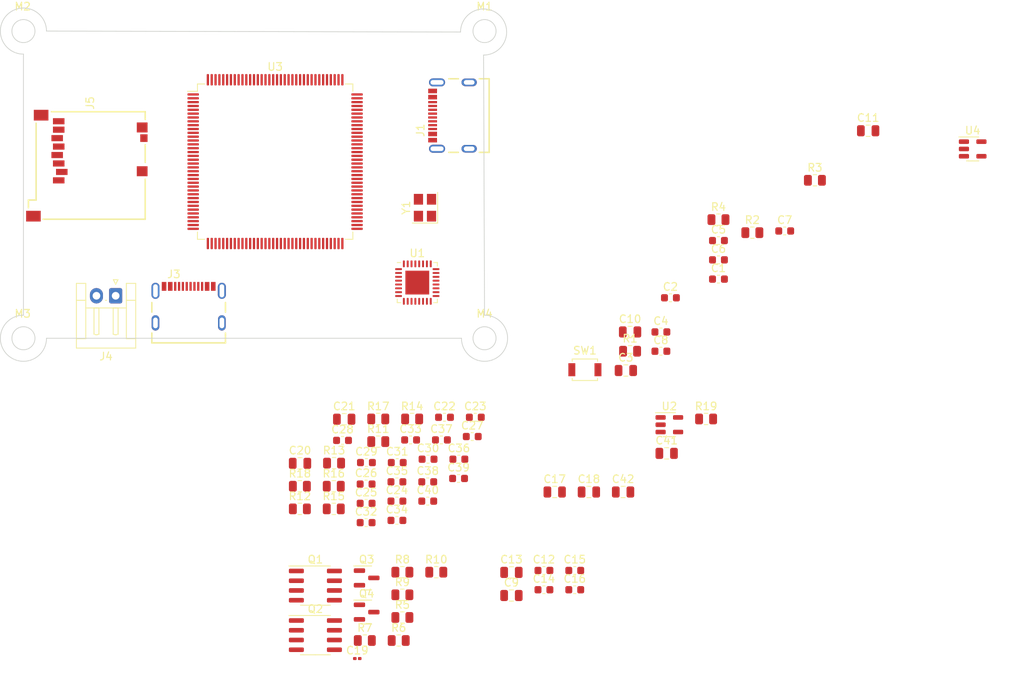
<source format=kicad_pcb>
(kicad_pcb (version 20211014) (generator pcbnew)
  (layers (0 "F.Cu" signal) (31 "B.Cu" signal) (34 "B.Paste" user) (35 "F.Paste" user) (36 "B.SilkS" user "B.Silkscreen") (37 "F.SilkS" user "F.Silkscreen") (38 "B.Mask" user) (39 "F.Mask" user) (44 "Edge.Cuts" user))
  (net 0 "")
  (net 1 "GND")
  (net 2 "Net-(J1-PadA4/B9)")
  (net 11 "Net-(C1-Pad2)")
  (net 12 "Net-(C2-Pad1)")
  (net 14 "Net-(C2-Pad2)")
  (net 17 "Net-(C3-Pad2)")
  (net 18 "Net-(C4-Pad1)")
  (net 19 "Net-(C1-Pad1)")
  (net 20 "+3.3V")
  (net 21 "XIN")
  (net 22 "XOUT")
  (net 23 "Net-(C5-Pad1)")
  (net 24 "Net-(C9-Pad1)")
  (net 25 "+2V5")
  (net 26 "Net-(C11-Pad1)")
  (net 28 "Net-(C13-Pad1)")
  (net 31 "/PowerSupply/DC_OUT")
  (net 32 "Net-(C19-Pad1)")
  (net 33 "Net-(C20-Pad1)")
  (net 34 "Net-(C25-Pad1)")
  (net 35 "Net-(C29-Pad1)")
  (net 36 "Net-(C33-Pad1)")
  (net 37 "Net-(C35-Pad1)")
  (net 38 "VBUS")
  (net 39 "+BATT")
  (net 48 "SD_D2")
  (net 49 "SD_D3")
  (net 50 "SD_CMD")
  (net 51 "SD_CLK")
  (net 52 "SD_D0")
  (net 53 "SD_D1")
  (net 54 "Net-(Q1-Pad1)")
  (net 55 "Net-(Q1-Pad2)")
  (net 56 "Net-(Q2-Pad1)")
  (net 57 "Net-(Q2-Pad2)")
  (net 58 "Net-(Q3-Pad1)")
  (net 59 "Net-(R3-Pad2)")
  (net 60 "/Audio Codec/~{RST}")
  (net 61 "Net-(R11-Pad1)")
  (net 62 "Net-(R12-Pad2)")
  (net 63 "Net-(R19-Pad1)")
  (net 64 "/Audio Codec/SCL")
  (net 65 "/Audio Codec/SDA")
  (net 66 "Net-(C6-Pad1)")
  (net 67 "Net-(C6-Pad2)")
  (net 68 "Net-(C7-Pad1)")
  (net 70 "/Audio Codec/SDOUT")
  (net 71 "/Audio Codec/MCLK")
  (net 72 "/Audio Codec/SCLK")
  (net 73 "/Audio Codec/SDIN")
  (footprint "Capacitor_SMD:C_0805_2012Metric" (layer "F.Cu") (at 185.39 98.2)
    (fp_text reference "C3" (at 0 -1.68) (layer "F.SilkS"))
    (fp_text value "1u")
    (pad "1" smd roundrect (at -0.95 0) (size 1 1.45) (layers "F.Cu" "F.Paste" "F.Mask"))
    (pad "2" smd roundrect (at 0.95 0) (size 1 1.45) (layers "F.Cu" "F.Paste" "F.Mask") (net 17 "Net-(C3-Pad2)"))
  )
  (footprint "Package_SO:SOIC-8_3.9x4.9mm_P1.27mm" (layer "F.Cu") (at 144.99 132.66)
    (fp_text reference "Q2" (at 0 -3.4) (layer "F.SilkS"))
    (fp_text value "DMP2040USD-13")
    (pad "1" smd roundrect (at -2.475 -1.905) (size 1.95 0.6) (layers "F.Cu" "F.Paste" "F.Mask") (net 56 "Net-(Q2-Pad1)"))
    (pad "2" smd roundrect (at -2.475 -0.635) (size 1.95 0.6) (layers "F.Cu" "F.Paste" "F.Mask") (net 57 "Net-(Q2-Pad2)"))
    (pad "3" smd roundrect (at -2.475 0.635) (size 1.95 0.6) (layers "F.Cu" "F.Paste" "F.Mask") (net 56 "Net-(Q2-Pad1)"))
    (pad "4" smd roundrect (at -2.475 1.905) (size 1.95 0.6) (layers "F.Cu" "F.Paste" "F.Mask") (net 57 "Net-(Q2-Pad2)"))
    (pad "5" smd roundrect (at 2.475 1.905) (size 1.95 0.6) (layers "F.Cu" "F.Paste" "F.Mask") (net 31 "/PowerSupply/DC_OUT"))
    (pad "6" smd roundrect (at 2.475 0.635) (size 1.95 0.6) (layers "F.Cu" "F.Paste" "F.Mask") (net 31 "/PowerSupply/DC_OUT"))
    (pad "7" smd roundrect (at 2.475 -0.635) (size 1.95 0.6) (layers "F.Cu" "F.Paste" "F.Mask") (net 38 "VBUS"))
    (pad "8" smd roundrect (at 2.475 -1.905) (size 1.95 0.6) (layers "F.Cu" "F.Paste" "F.Mask") (net 38 "VBUS"))
  )
  (footprint "Resistor_SMD:R_0805_2012Metric" (layer "F.Cu") (at 156.31 124.46)
    (fp_text reference "R8" (at 0 -1.65) (layer "F.SilkS"))
    (fp_text value "330R")
    (pad "1" smd roundrect (at -0.9125 0) (size 1.025 1.4) (layers "F.Cu" "F.Paste" "F.Mask") (roundrect_rratio 0.243902) (net 58 "Net-(Q3-Pad1)"))
    (pad "2" smd roundrect (at 0.9125 0) (size 1.025 1.4) (layers "F.Cu" "F.Paste" "F.Mask") (roundrect_rratio 0.243902) (net 57 "Net-(Q2-Pad2)"))
  )
  (footprint "Capacitor_SMD:C_0603_1608Metric" (layer "F.Cu") (at 155.6 112.7)
    (fp_text reference "C35" (at 0 -1.43) (layer "F.SilkS"))
    (fp_text value "100n")
    (pad "1" smd roundrect (at -0.775 0) (size 0.9 0.95) (layers "F.Cu" "F.Paste" "F.Mask") (net 37 "Net-(C35-Pad1)"))
    (pad "2" smd roundrect (at 0.775 0) (size 0.9 0.95) (layers "F.Cu" "F.Paste" "F.Mask") (net 1 "GND"))
  )
  (footprint "Capacitor_SMD:C_0603_1608Metric" (layer "F.Cu") (at 197.44 86.3)
    (fp_text reference "C1" (at 0 -1.43) (layer "F.SilkS"))
    (fp_text value "22p")
    (pad "1" smd roundrect (at -0.775 0) (size 0.9 0.95) (layers "F.Cu" "F.Paste" "F.Mask") (net 19 "Net-(C1-Pad1)"))
    (pad "2" smd roundrect (at 0.775 0) (size 0.9 0.95) (layers "F.Cu" "F.Paste" "F.Mask") (net 11 "Net-(C1-Pad2)"))
  )
  (footprint "Resistor_SMD:R_0805_2012Metric" (layer "F.Cu") (at 157.58 104.51)
    (fp_text reference "R14" (at 0 -1.65) (layer "F.SilkS"))
    (fp_text value "10K")
    (pad "1" smd roundrect (at -0.9125 0) (size 1.025 1.4) (layers "F.Cu" "F.Paste" "F.Mask") (roundrect_rratio 0.243902) (net 20 "+3.3V"))
    (pad "2" smd roundrect (at 0.9125 0) (size 1.025 1.4) (layers "F.Cu" "F.Paste" "F.Mask") (roundrect_rratio 0.243902) (net 50 "SD_CMD"))
  )
  (footprint "Capacitor_SMD:C_0603_1608Metric" (layer "F.Cu") (at 155.6 115.21)
    (fp_text reference "C24" (at 0 -1.43) (layer "F.SilkS"))
    (fp_text value "100n")
    (pad "1" smd roundrect (at -0.775 0) (size 0.9 0.95) (layers "F.Cu" "F.Paste" "F.Mask") (net 20 "+3.3V"))
    (pad "2" smd roundrect (at 0.775 0) (size 0.9 0.95) (layers "F.Cu" "F.Paste" "F.Mask") (net 1 "GND"))
  )
  (footprint "Capacitor_SMD:C_0805_2012Metric" (layer "F.Cu") (at 216.92 66.98)
    (fp_text reference "C11" (at 0 -1.68) (layer "F.SilkS"))
    (fp_text value "1u")
    (pad "1" smd roundrect (at -0.95 0) (size 1 1.45) (layers "F.Cu" "F.Paste" "F.Mask") (net 26 "Net-(C11-Pad1)"))
    (pad "2" smd roundrect (at 0.95 0) (size 1 1.45) (layers "F.Cu" "F.Paste" "F.Mask") (net 1 "GND"))
  )
  (footprint "Capacitor_SMD:C_0603_1608Metric" (layer "F.Cu") (at 191.19 88.73)
    (fp_text reference "C2" (at 0 -1.43) (layer "F.SilkS"))
    (fp_text value "22p")
    (pad "1" smd roundrect (at -0.775 0) (size 0.9 0.95) (layers "F.Cu" "F.Paste" "F.Mask") (net 12 "Net-(C2-Pad1)"))
    (pad "2" smd roundrect (at 0.775 0) (size 0.9 0.95) (layers "F.Cu" "F.Paste" "F.Mask") (net 14 "Net-(C2-Pad2)"))
  )
  (footprint "Resistor_SMD:R_0805_2012Metric" (layer "F.Cu") (at 160.72 124.46)
    (fp_text reference "R10" (at 0 -1.65) (layer "F.SilkS"))
    (fp_text value "10K")
    (pad "1" smd roundrect (at -0.9125 0) (size 1.025 1.4) (layers "F.Cu" "F.Paste" "F.Mask") (roundrect_rratio 0.243902) (net 56 "Net-(Q2-Pad1)"))
    (pad "2" smd roundrect (at 0.9125 0) (size 1.025 1.4) (layers "F.Cu" "F.Paste" "F.Mask") (roundrect_rratio 0.243902) (net 57 "Net-(Q2-Pad2)"))
  )
  (footprint "Capacitor_SMD:C_0805_2012Metric" (layer "F.Cu") (at 142.99 110.29)
    (fp_text reference "C20" (at 0 -1.68) (layer "F.SilkS"))
    (fp_text value "4.7u")
    (pad "1" smd roundrect (at -0.95 0) (size 1 1.45) (layers "F.Cu" "F.Paste" "F.Mask") (net 33 "Net-(C20-Pad1)"))
    (pad "2" smd roundrect (at 0.95 0) (size 1 1.45) (layers "F.Cu" "F.Paste" "F.Mask") (net 1 "GND"))
  )
  (footprint "Capacitor_SMD:C_0603_1608Metric" (layer "F.Cu") (at 159.61 115.21)
    (fp_text reference "C40" (at 0 -1.43) (layer "F.SilkS"))
    (fp_text value "100n")
    (pad "1" smd roundrect (at -0.775 0) (size 0.9 0.95) (layers "F.Cu" "F.Paste" "F.Mask") (net 20 "+3.3V"))
    (pad "2" smd roundrect (at 0.775 0) (size 0.9 0.95) (layers "F.Cu" "F.Paste" "F.Mask") (net 1 "GND"))
  )
  (footprint "Capacitor_SMD:C_0603_1608Metric" (layer "F.Cu") (at 197.44 81.28)
    (fp_text reference "C5" (at 0 -1.43) (layer "F.SilkS"))
    (fp_text value "150p")
    (pad "1" smd roundrect (at -0.775 0) (size 0.9 0.95) (layers "F.Cu" "F.Paste" "F.Mask") (net 23 "Net-(C5-Pad1)"))
    (pad "2" smd roundrect (at 0.775 0) (size 0.9 0.95) (layers "F.Cu" "F.Paste" "F.Mask") (net 1 "GND"))
  )
  (footprint "Resistor_SMD:R_0805_2012Metric" (layer "F.Cu") (at 147.38 116.22)
    (fp_text reference "R15" (at 0 -1.65) (layer "F.SilkS"))
    (fp_text value "10K")
    (pad "1" smd roundrect (at -0.9125 0) (size 1.025 1.4) (layers "F.Cu" "F.Paste" "F.Mask") (roundrect_rratio 0.243902) (net 20 "+3.3V"))
    (pad "2" smd roundrect (at 0.9125 0) (size 1.025 1.4) (layers "F.Cu" "F.Paste" "F.Mask") (roundrect_rratio 0.243902) (net 49 "SD_D3"))
  )
  (footprint "MountingHole:MountingHole_2.1mm" (layer "F.Cu") (at 167 54)
    (fp_text reference "M1" (at 0 -3.2) (layer "F.SilkS"))
    (fp_text value "MNT")
    (pad "" np_thru_hole circle (at 0 0) (size 2.1 2.1) (drill 2.1) (layers *.Cu *.Mask))
  )
  (footprint "Capacitor_SMD:C_0603_1608Metric" (layer "F.Cu") (at 159.61 112.7)
    (fp_text reference "C38" (at 0 -1.43) (layer "F.SilkS"))
    (fp_text value "100n")
    (pad "1" smd roundrect (at -0.775 0) (size 0.9 0.95) (layers "F.Cu" "F.Paste" "F.Mask") (net 20 "+3.3V"))
    (pad "2" smd roundrect (at 0.775 0) (size 0.9 0.95) (layers "F.Cu" "F.Paste" "F.Mask") (net 1 "GND"))
  )
  (footprint "Capacitor_SMD:C_0603_1608Metric" (layer "F.Cu") (at 155.64 110.19)
    (fp_text reference "C31" (at 0 -1.43) (layer "F.SilkS"))
    (fp_text value "100n")
    (pad "1" smd roundrect (at -0.775 0) (size 0.9 0.95) (layers "F.Cu" "F.Paste" "F.Mask") (net 20 "+3.3V"))
    (pad "2" smd roundrect (at 0.775 0) (size 0.9 0.95) (layers "F.Cu" "F.Paste" "F.Mask") (net 1 "GND"))
  )
  (footprint "Capacitor_SMD:C_0603_1608Metric" (layer "F.Cu") (at 151.59 115.5)
    (fp_text reference "C25" (at 0 -1.43) (layer "F.SilkS"))
    (fp_text value "12p")
    (pad "1" smd roundrect (at -0.775 0) (size 0.9 0.95) (layers "F.Cu" "F.Paste" "F.Mask") (net 34 "Net-(C25-Pad1)"))
    (pad "2" smd roundrect (at 0.775 0) (size 0.9 0.95) (layers "F.Cu" "F.Paste" "F.Mask") (net 1 "GND"))
  )
  (footprint "Resistor_SMD:R_0805_2012Metric" (layer "F.Cu") (at 151.42 133.36)
    (fp_text reference "R7" (at 0 -1.65) (layer "F.SilkS"))
    (fp_text value "100K")
    (pad "1" smd roundrect (at -0.9125 0) (size 1.025 1.4) (layers "F.Cu" "F.Paste" "F.Mask") (roundrect_rratio 0.243902) (net 39 "+BATT"))
    (pad "2" smd roundrect (at 0.9125 0) (size 1.025 1.4) (layers "F.Cu" "F.Paste" "F.Mask") (roundrect_rratio 0.243902) (net 58 "Net-(Q3-Pad1)"))
  )
  (footprint "Capacitor_SMD:C_0603_1608Metric" (layer "F.Cu") (at 161.39 107.24)
    (fp_text reference "C37" (at 0 -1.43) (layer "F.SilkS"))
    (fp_text value "2.2u")
    (pad "1" smd roundrect (at -0.775 0) (size 0.9 0.95) (layers "F.Cu" "F.Paste" "F.Mask") (net 37 "Net-(C35-Pad1)"))
    (pad "2" smd roundrect (at 0.775 0) (size 0.9 0.95) (layers "F.Cu" "F.Paste" "F.Mask") (net 1 "GND"))
  )
  (footprint "Package_TO_SOT_SMD:SOT-23-5" (layer "F.Cu") (at 191.05 105.26)
    (fp_text reference "U2" (at 0 -2.4) (layer "F.SilkS"))
    (fp_text value "TLV73333PDBV")
    (pad "1" smd roundrect (at -1.1375 -0.95) (size 1.325 0.6) (layers "F.Cu" "F.Paste" "F.Mask") (net 31 "/PowerSupply/DC_OUT"))
    (pad "2" smd roundrect (at -1.1375 0) (size 1.325 0.6) (layers "F.Cu" "F.Paste" "F.Mask") (net 1 "GND"))
    (pad "3" smd roundrect (at -1.1375 0.95) (size 1.325 0.6) (layers "F.Cu" "F.Paste" "F.Mask") (net 31 "/PowerSupply/DC_OUT"))
    (pad "4" smd roundrect (at 1.1375 0.95) (size 1.325 0.6) (layers "F.Cu" "F.Paste" "F.Mask"))
    (pad "5" smd roundrect (at 1.1375 -0.95) (size 1.325 0.6) (layers "F.Cu" "F.Paste" "F.Mask") (net 20 "+3.3V"))
  )
  (footprint "Resistor_SMD:R_0805_2012Metric" (layer "F.Cu") (at 156.31 130.36)
    (fp_text reference "R5" (at 0 -1.65) (layer "F.SilkS"))
    (fp_text value "100K")
    (pad "1" smd roundrect (at -0.9125 0) (size 1.025 1.4) (layers "F.Cu" "F.Paste" "F.Mask") (roundrect_rratio 0.243902) (net 38 "VBUS"))
    (pad "2" smd roundrect (at 0.9125 0) (size 1.025 1.4) (layers "F.Cu" "F.Paste" "F.Mask") (roundrect_rratio 0.243902) (net 32 "Net-(C19-Pad1)"))
  )
  (footprint "Button_Switch_SMD:SW_SPST_B3U-1000P-B" (layer "F.Cu") (at 180.06 98.1)
    (fp_text reference "SW1" (at 0 -2.5) (layer "F.SilkS"))
    (fp_text value "RST")
    (pad "" np_thru_hole circle (at 0 0) (size 0.8 0.8) (drill 0.8) (layers *.Cu *.Mask))
    (pad "1" smd rect (at -1.7 0) (size 0.9 1.7) (layers "F.Cu" "F.Paste" "F.Mask") (net 35 "Net-(C29-Pad1)"))
    (pad "2" smd rect (at 1.7 0) (size 0.9 1.7) (layers "F.Cu" "F.Paste" "F.Mask") (net 1 "GND"))
  )
  (footprint "Capacitor_SMD:C_0603_1608Metric" (layer "F.Cu") (at 155.6 117.72)
    (fp_text reference "C34" (at 0 -1.43) (layer "F.SilkS"))
    (fp_text value "100n")
    (pad "1" smd roundrect (at -0.775 0) (size 0.9 0.95) (layers "F.Cu" "F.Paste" "F.Mask") (net 20 "+3.3V"))
    (pad "2" smd roundrect (at 0.775 0) (size 0.9 0.95) (layers "F.Cu" "F.Paste" "F.Mask") (net 1 "GND"))
  )
  (footprint "Capacitor_SMD:C_0805_2012Metric" (layer "F.Cu") (at 170.5 124.49)
    (fp_text reference "C13" (at 0 -1.68) (layer "F.SilkS"))
    (fp_text value "10u")
    (pad "1" smd roundrect (at -0.95 0) (size 1 1.45) (layers "F.Cu" "F.Paste" "F.Mask") (net 28 "Net-(C13-Pad1)"))
    (pad "2" smd roundrect (at 0.95 0) (size 1 1.45) (layers "F.Cu" "F.Paste" "F.Mask") (net 1 "GND"))
  )
  (footprint "Capacitor_SMD:C_0603_1608Metric" (layer "F.Cu") (at 151.63 110.19)
    (fp_text reference "C29" (at 0 -1.43) (layer "F.SilkS"))
    (fp_text value "100n")
    (pad "1" smd roundrect (at -0.775 0) (size 0.9 0.95) (layers "F.Cu" "F.Paste" "F.Mask") (net 35 "Net-(C29-Pad1)"))
    (pad "2" smd roundrect (at 0.775 0) (size 0.9 0.95) (layers "F.Cu" "F.Paste" "F.Mask") (net 1 "GND"))
  )
  (footprint "Resistor_SMD:R_0805_2012Metric" (layer "F.Cu") (at 209.99 73.43)
    (fp_text reference "R3" (at 0 -1.65) (layer "F.SilkS"))
    (fp_text value "100R")
    (pad "1" smd roundrect (at -0.9125 0) (size 1.025 1.4) (layers "F.Cu" "F.Paste" "F.Mask") (roundrect_rratio 0.243902) (net 17 "Net-(C3-Pad2)"))
    (pad "2" smd roundrect (at 0.9125 0) (size 1.025 1.4) (layers "F.Cu" "F.Paste" "F.Mask") (roundrect_rratio 0.243902) (net 59 "Net-(R3-Pad2)"))
  )
  (footprint "Package_DFN_QFN:QFN-32-1EP_5x5mm_P0.5mm_EP3.1x3.1mm" (layer "F.Cu") (at 158.25 86.75)
    (fp_text reference "U1" (at 0 -3.82) (layer "F.SilkS"))
    (fp_text value "CS42L51-CNZ")
    (pad "1" smd roundrect (at -2.4375 -1.75) (size 0.875 0.25) (layers "F.Cu" "F.Paste" "F.Mask") (net 64 "/Audio Codec/SCL"))
    (pad "2" smd roundrect (at -2.4375 -1.25) (size 0.875 0.25) (layers "F.Cu" "F.Paste" "F.Mask") (net 65 "/Audio Codec/SDA"))
    (pad "3" smd roundrect (at -2.4375 -0.75) (size 0.875 0.25) (layers "F.Cu" "F.Paste" "F.Mask") (net 64 "/Audio Codec/SCL"))
    (pad "4" smd roundrect (at -2.4375 -0.25) (size 0.875 0.25) (layers "F.Cu" "F.Paste" "F.Mask") (net 1 "GND"))
    (pad "5" smd roundrect (at -2.4375 0.25) (size 0.875 0.25) (layers "F.Cu" "F.Paste" "F.Mask") (net 25 "+2V5"))
    (pad "6" smd roundrect (at -2.4375 0.75) (size 0.875 0.25) (layers "F.Cu" "F.Paste" "F.Mask") (net 66 "Net-(C6-Pad1)"))
    (pad "7" smd roundrect (at -2.4375 1.25) (size 0.875 0.25) (layers "F.Cu" "F.Paste" "F.Mask") (net 1 "GND"))
    (pad "8" smd roundrect (at -2.4375 1.75) (size 0.875 0.25) (layers "F.Cu" "F.Paste" "F.Mask") (net 67 "Net-(C6-Pad2)"))
    (pad "9" smd roundrect (at -1.75 2.4375) (size 0.25 0.875) (layers "F.Cu" "F.Paste" "F.Mask") (net 68 "Net-(C7-Pad1)"))
    (pad "10" smd roundrect (at -1.25 2.4375) (size 0.25 0.875) (layers "F.Cu" "F.Paste" "F.Mask") (net 19 "Net-(C1-Pad1)"))
    (pad "11" smd roundrect (at -0.75 2.4375) (size 0.25 0.875) (layers "F.Cu" "F.Paste" "F.Mask") (net 12 "Net-(C2-Pad1)"))
    (pad "12" smd roundrect (at -0.25 2.4375) (size 0.25 0.875) (layers "F.Cu" "F.Paste" "F.Mask") (net 25 "+2V5"))
    (pad "13" smd roundrect (at 0.25 2.4375) (size 0.25 0.875) (layers "F.Cu" "F.Paste" "F.Mask") (net 1 "GND"))
    (pad "14" smd roundrect (at 0.75 2.4375) (size 0.25 0.875) (layers "F.Cu" "F.Paste" "F.Mask") (net 26 "Net-(C11-Pad1)"))
    (pad "15" smd roundrect (at 1.25 2.4375) (size 0.25 0.875) (layers "F.Cu" "F.Paste" "F.Mask") (net 24 "Net-(C9-Pad1)"))
    (pad "16" smd roundrect (at 1.75 2.4375) (size 0.25 0.875) (layers "F.Cu" "F.Paste" "F.Mask") (net 28 "Net-(C13-Pad1)"))
    (pad "17" smd roundrect (at 2.4375 1.75) (size 0.875 0.25) (layers "F.Cu" "F.Paste" "F.Mask"))
    (pad "18" smd roundrect (at 2.4375 1.25) (size 0.875 0.25) (layers "F.Cu" "F.Paste" "F.Mask"))
    (pad "19" smd roundrect (at 2.4375 0.75) (size 0.875 0.25) (layers "F.Cu" "F.Paste" "F.Mask"))
    (pad "20" smd roundrect (at 2.4375 0.25) (size 0.875 0.25) (layers "F.Cu" "F.Paste" "F.Mask"))
    (pad "21" smd roundrect (at 2.4375 -0.25) (size 0.875 0.25) (layers "F.Cu" "F.Paste" "F.Mask") (net 18 "Net-(C4-Pad1)"))
    (pad "22" smd roundrect (at 2.4375 -0.75) (size 0.875 0.25) (layers "F.Cu" "F.Paste" "F.Mask") (net 23 "Net-(C5-Pad1)"))
    (pad "23" smd roundrect (at 2.4375 -1.25) (size 0.875 0.25) (layers "F.Cu" "F.Paste" "F.Mask") (net 59 "Net-(R3-Pad2)"))
    (pad "24" smd roundrect (at 2.4375 -1.75) (size 0.875 0.25) (layers "F.Cu" "F.Paste" "F.Mask") (net 59 "Net-(R3-Pad2)"))
    (pad "25" smd roundrect (at 1.75 -2.4375) (size 0.25 0.875) (layers "F.Cu" "F.Paste" "F.Mask") (net 60 "/Audio Codec/~{RST}"))
    (pad "26" smd roundrect (at 1.25 -2.4375) (size 0.25 0.875) (layers "F.Cu" "F.Paste" "F.Mask") (net 20 "+3.3V"))
    (pad "27" smd roundrect (at 0.75 -2.4375) (size 0.25 0.875) (layers "F.Cu" "F.Paste" "F.Mask") (net 25 "+2V5"))
    (pad "28" smd roundrect (at 0.25 -2.4375) (size 0.25 0.875) (layers "F.Cu" "F.Paste" "F.Mask") (net 1 "GND"))
    (pad "29" smd roundrect (at -0.25 -2.4375) (size 0.25 0.875) (layers "F.Cu" "F.Paste" "F.Mask") (net 70 "/Audio Codec/SDOUT"))
    (pad "30" smd roundrect (at -0.75 -2.4375) (size 0.25 0.875) (layers "F.Cu" "F.Paste" "F.Mask") (net 71 "/Audio Codec/MCLK"))
    (pad "31" smd roundrect (at -1.25 -2.4375) (size 0.25 0.875) (layers "F.Cu" "F.Paste" "F.Mask") (net 72 "/Audio Codec/SCLK"))
    (pad "32" smd roundrect (at -1.75 -2.4375) (size 0.25 0.875) (layers "F.Cu" "F.Paste" "F.Mask") (net 73 "/Audio Codec/SDIN"))
    (pad "33" smd rect (at 0 0) (size 3.1 3.1) (layers "F.Cu" "F.Mask") (net 1 "GND"))
  )
  (footprint "Capacitor_SMD:C_0603_1608Metric" (layer "F.Cu") (at 178.74 124.24)
    (fp_text reference "C15" (at 0 -1.43) (layer "F.SilkS"))
    (fp_text value "100n")
    (pad "1" smd roundrect (at -0.775 0) (size 0.9 0.95) (layers "F.Cu" "F.Paste" "F.Mask") (net 25 "+2V5"))
    (pad "2" smd roundrect (at 0.775 0) (size 0.9 0.95) (layers "F.Cu" "F.Paste" "F.Mask") (net 1 "GND"))
  )
  (footprint "Resistor_SMD:R_0805_2012Metric" (layer "F.Cu") (at 197.44 78.55)
    (fp_text reference "R4" (at 0 -1.65) (layer "F.SilkS"))
    (fp_text value "10K")
    (pad "1" smd roundrect (at -0.9125 0) (size 1.025 1.4) (layers "F.Cu" "F.Paste" "F.Mask") (roundrect_rratio 0.243902) (net 20 "+3.3V"))
    (pad "2" smd roundrect (at 0.9125 0) (size 1.025 1.4) (layers "F.Cu" "F.Paste" "F.Mask") (roundrect_rratio 0.243902) (net 60 "/Audio Codec/~{RST}"))
  )
  (footprint "Capacitor_SMD:C_0603_1608Metric" (layer "F.Cu") (at 148.52 107.3)
    (fp_text reference "C28" (at 0 -1.43) (layer "F.SilkS"))
    (fp_text value "100n")
    (pad "1" smd roundrect (at -0.775 0) (size 0.9 0.95) (layers "F.Cu" "F.Paste" "F.Mask") (net 20 "+3.3V"))
    (pad "2" smd roundrect (at 0.775 0) (size 0.9 0.95) (layers "F.Cu" "F.Paste" "F.Mask") (net 1 "GND"))
  )
  (footprint "Capacitor_SMD:C_0603_1608Metric" (layer "F.Cu") (at 163.62 112.26)
    (fp_text reference "C39" (at 0 -1.43) (layer "F.SilkS"))
    (fp_text value "100n")
    (pad "1" smd roundrect (at -0.775 0) (size 0.9 0.95) (layers "F.Cu" "F.Paste" "F.Mask") (net 20 "+3.3V"))
    (pad "2" smd roundrect (at 0.775 0) (size 0.9 0.95) (layers "F.Cu" "F.Paste" "F.Mask") (net 1 "GND"))
  )
  (footprint "Capacitor_SMD:C_0603_1608Metric" (layer "F.Cu") (at 163.66 109.75)
    (fp_text reference "C36" (at 0 -1.43) (layer "F.SilkS"))
    (fp_text value "100n")
    (pad "1" smd roundrect (at -0.775 0) (size 0.9 0.95) (layers "F.Cu" "F.Paste" "F.Mask") (net 20 "+3.3V"))
    (pad "2" smd roundrect (at 0.775 0) (size 0.9 0.95) (layers "F.Cu" "F.Paste" "F.Mask") (net 1 "GND"))
  )
  (footprint "Capacitor_SMD:C_0805_2012Metric" (layer "F.Cu") (at 185.03 114.02)
    (fp_text reference "C42" (at 0 -1.68) (layer "F.SilkS"))
    (fp_text value "10u")
    (pad "1" smd roundrect (at -0.95 0) (size 1 1.45) (layers "F.Cu" "F.Paste" "F.Mask") (net 39 "+BATT"))
    (pad "2" smd roundrect (at 0.95 0) (size 1 1.45) (layers "F.Cu" "F.Paste" "F.Mask") (net 1 "GND"))
  )
  (footprint "Crystal:Crystal_SMD_3225-4Pin_3.2x2.5mm" (layer "F.Cu") (at 159.25 77 90)
    (fp_text reference "Y1" (at 0 -2.45 90) (layer "F.SilkS"))
    (fp_text value "12MHz")
    (pad "1" smd rect (at -1.1 0.85 90) (size 1.4 1.2) (layers "F.Cu" "F.Paste" "F.Mask") (net 21 "XIN"))
    (pad "2" smd rect (at 1.1 0.85 90) (size 1.4 1.2) (layers "F.Cu" "F.Paste" "F.Mask") (net 1 "GND"))
    (pad "3" smd rect (at 1.1 -0.85 90) (size 1.4 1.2) (layers "F.Cu" "F.Paste" "F.Mask") (net 22 "XOUT"))
    (pad "4" smd rect (at -1.1 -0.85 90) (size 1.4 1.2) (layers "F.Cu" "F.Paste" "F.Mask") (net 1 "GND"))
  )
  (footprint "Capacitor_SMD:C_0603_1608Metric" (layer "F.Cu") (at 151.59 118.01)
    (fp_text reference "C32" (at 0 -1.43) (layer "F.SilkS"))
    (fp_text value "100n")
    (pad "1" smd roundrect (at -0.775 0) (size 0.9 0.95) (layers "F.Cu" "F.Paste" "F.Mask") (net 20 "+3.3V"))
    (pad "2" smd roundrect (at 0.775 0) (size 0.9 0.95) (layers "F.Cu" "F.Paste" "F.Mask") (net 1 "GND"))
  )
  (footprint "Capacitor_SMD:C_0603_1608Metric" (layer "F.Cu") (at 151.59 112.99)
    (fp_text reference "C26" (at 0 -1.43) (layer "F.SilkS"))
    (fp_text value "100n")
    (pad "1" smd roundrect (at -0.775 0) (size 0.9 0.95) (layers "F.Cu" "F.Paste" "F.Mask") (net 20 "+3.3V"))
    (pad "2" smd roundrect (at 0.775 0) (size 0.9 0.95) (layers "F.Cu" "F.Paste" "F.Mask") (net 1 "GND"))
  )
  (footprint "Resistor_SMD:R_0805_2012Metric" (layer "F.Cu") (at 147.42 110.26)
    (fp_text reference "R13" (at 0 -1.65) (layer "F.SilkS"))
    (fp_text value "10K")
    (pad "1" smd roundrect (at -0.9125 0) (size 1.025 1.4) (layers "F.Cu" "F.Paste" "F.Mask") (roundrect_rratio 0.243902) (net 20 "+3.3V"))
    (pad "2" smd roundrect (at 0.9125 0) (size 1.025 1.4) (layers "F.Cu" "F.Paste" "F.Mask") (roundrect_rratio 0.243902) (net 35 "Net-(C29-Pad1)"))
  )
  (footprint "Resistor_SMD:R_0805_2012Metric" (layer "F.Cu") (at 153.17 104.51)
    (fp_text reference "R17" (at 0 -1.65) (layer "F.SilkS"))
    (fp_text value "10K")
    (pad "1" smd roundrect (at -0.9125 0) (size 1.025 1.4) (layers "F.Cu" "F.Paste" "F.Mask") (roundrect_rratio 0.243902) (net 20 "+3.3V"))
    (pad "2" smd roundrect (at 0.9125 0) (size 1.025 1.4) (layers "F.Cu" "F.Paste" "F.Mask") (roundrect_rratio 0.243902) (net 53 "SD_D1"))
  )
  (footprint "MountingHole:MountingHole_2.1mm" (layer "F.Cu") (at 106.9 54)
    (fp_text reference "M2" (at 0 -3.2) (layer "F.SilkS"))
    (fp_text value "MNT")
    (pad "" np_thru_hole circle (at 0 0) (size 2.1 2.1) (drill 2.1) (layers *.Cu *.Mask))
  )
  (footprint "Connector_JST:JST_EH_S2B-EH_1x02_P2.50mm_Horizontal" (layer "F.Cu") (at 119 88.4675 180)
    (fp_text reference "J4" (at 1.25 -7.9) (layer "F.SilkS"))
    (fp_text value "BATT")
    (pad "1" thru_hole roundrect (at 0 0 180) (size 1.7 2) (drill 1) (layers *.Cu *.Mask) (roundrect_rratio 0.147059) (net 1 "GND"))
    (pad "2" thru_hole oval (at 2.5 0 180) (size 1.7 2) (drill 1) (layers *.Cu *.Mask) (net 39 "+BATT"))
  )
  (footprint "Capacitor_SMD:C_0603_1608Metric" (layer "F.Cu") (at 189.95 93.18)
    (fp_text reference "C4" (at 0 -1.43) (layer "F.SilkS"))
    (fp_text value "150p")
    (pad "1" smd roundrect (at -0.775 0) (size 0.9 0.95) (layers "F.Cu" "F.Paste" "F.Mask") (net 18 "Net-(C4-Pad1)"))
    (pad "2" smd roundrect (at 0.775 0) (size 0.9 0.95) (layers "F.Cu" "F.Paste" "F.Mask") (net 1 "GND"))
  )
  (footprint "Capacitor_SMD:C_0603_1608Metric" (layer "F.Cu") (at 165.4 106.8)
    (fp_text reference "C27" (at 0 -1.43) (layer "F.SilkS"))
    (fp_text value "100n")
    (pad "1" smd roundrect (at -0.775 0) (size 0.9 0.95) (layers "F.Cu" "F.Paste" "F.Mask") (net 20 "+3.3V"))
    (pad "2" smd roundrect (at 0.775 0) (size 0.9 0.95) (layers "F.Cu" "F.Paste" "F.Mask") (net 1 "GND"))
  )
  (footprint "Resistor_SMD:R_0805_2012Metric" (layer "F.Cu") (at 142.97 116.22)
    (fp_text reference "R12" (at 0 -1.65) (layer "F.SilkS"))
    (fp_text value "10K")
    (pad "1" smd roundrect (at -0.9125 0) (size 1.025 1.4) (layers "F.Cu" "F.Paste" "F.Mask") (roundrect_rratio 0.243902) (net 20 "+3.3V"))
    (pad "2" smd roundrect (at 0.9125 0) (size 1.025 1.4) (layers "F.Cu" "F.Paste" "F.Mask") (roundrect_rratio 0.243902) (net 62 "Net-(R12-Pad2)"))
  )
  (footprint "Package_TO_SOT_SMD:SOT-23" (layer "F.Cu") (at 151.66 129.66)
    (fp_text reference "Q4" (at 0 -2.4) (layer "F.SilkS"))
    (fp_text value "SI2324DS-T1-GE3")
    (pad "1" smd roundrect (at -0.9375 -0.95) (size 1.475 0.6) (layers "F.Cu" "F.Paste" "F.Mask") (net 32 "Net-(C19-Pad1)"))
    (pad "2" smd roundrect (at -0.9375 0.95) (size 1.475 0.6) (layers "F.Cu" "F.Paste" "F.Mask") (net 1 "GND"))
    (pad "3" smd roundrect (at 0.9375 0) (size 1.475 0.6) (layers "F.Cu" "F.Paste" "F.Mask") (net 57 "Net-(Q2-Pad2)"))
  )
  (footprint "Capacitor_SMD:C_0805_2012Metric" (layer "F.Cu") (at 185.94 93.18)
    (fp_text reference "C10" (at 0 -1.68) (layer "F.SilkS"))
    (fp_text value "1u")
    (pad "1" smd roundrect (at -0.95 0) (size 1 1.45) (layers "F.Cu" "F.Paste" "F.Mask") (net 25 "+2V5"))
    (pad "2" smd roundrect (at 0.95 0) (size 1 1.45) (layers "F.Cu" "F.Paste" "F.Mask") (net 1 "GND"))
  )
  (footprint "Capacitor_SMD:C_0805_2012Metric" (layer "F.Cu") (at 176.13 114.02)
    (fp_text reference "C17" (at 0 -1.68) (layer "F.SilkS"))
    (fp_text value "10u")
    (pad "1" smd roundrect (at -0.95 0) (size 1 1.45) (layers "F.Cu" "F.Paste" "F.Mask") (net 31 "/PowerSupply/DC_OUT"))
    (pad "2" smd roundrect (at 0.95 0) (size 1 1.45) (layers "F.Cu" "F.Paste" "F.Mask") (net 1 "GND"))
  )
  (footprint "Package_SO:SOIC-8_3.9x4.9mm_P1.27mm" (layer "F.Cu") (at 144.99 126.21)
    (fp_text reference "Q1" (at 0 -3.4) (layer "F.SilkS"))
    (fp_text value "DMP2040USD-13")
    (pad "1" smd roundrect (at -2.475 -1.905) (size 1.95 0.6) (layers "F.Cu" "F.Paste" "F.Mask") (net 54 "Net-(Q1-Pad1)"))
    (pad "2" smd roundrect (at -2.475 -0.635) (size 1.95 0.6) (layers "F.Cu" "F.Paste" "F.Mask") (net 55 "Net-(Q1-Pad2)"))
    (pad "3" smd roundrect (at -2.475 0.635) (size 1.95 0.6) (layers "F.Cu" "F.Paste" "F.Mask") (net 54 "Net-(Q1-Pad1)"))
    (pad "4" smd roundrect (at -2.475 1.905) (size 1.95 0.6) (layers "F.Cu" "F.Paste" "F.Mask") (net 55 "Net-(Q1-Pad2)"))
    (pad "5" smd roundrect (at 2.475 1.905) (size 1.95 0.6) (layers "F.Cu" "F.Paste" "F.Mask") (net 31 "/PowerSupply/DC_OUT"))
    (pad "6" smd roundrect (at 2.475 0.635) (size 1.95 0.6) (layers "F.Cu" "F.Paste" "F.Mask") (net 31 "/PowerSupply/DC_OUT"))
    (pad "7" smd roundrect (at 2.475 -0.635) (size 1.95 0.6) (layers "F.Cu" "F.Paste" "F.Mask") (net 39 "+BATT"))
    (pad "8" smd roundrect (at 2.475 -1.905) (size 1.95 0.6) (layers "F.Cu" "F.Paste" "F.Mask") (net 39 "+BATT"))
  )
  (footprint "MountingHole:MountingHole_2.1mm" (layer "F.Cu") (at 167 94)
    (fp_text reference "M4" (at 0 -3.2) (layer "F.SilkS"))
    (fp_text value "MNT")
    (pad "" np_thru_hole circle (at 0 0) (size 2.1 2.1) (drill 2.1) (layers *.Cu *.Mask))
  )
  (footprint "1KiCadLib:CON_USB_GCT_USB4105_REVA" (layer "F.Cu") (at 165 65 90)
    (fp_text reference "J1" (at -1.925 -6.335 90) (layer "F.SilkS"))
    (fp_text value "CON_USB_GCT_USB4105_REVA")
    (pad "" np_thru_hole circle locked (at -2.89 -3.68 90) (size 0.65 0.65) (drill 0.65) (layers *.Cu *.Mask))
    (pad "" np_thru_hole circle locked (at 2.89 -3.68 90) (size 0.65 0.65) (drill 0.65) (layers *.Cu *.Mask))
    (pad "A1/B12" smd rect locked (at -3.2 -4.755 90) (size 0.6 1.15) (layers "F.Cu" "F.Paste" "F.Mask") (net 1 "GND"))
    (pad "A4/B9" smd rect locked (at -2.4 -4.755 90) (size 0.6 1.15) (layers "F.Cu" "F.Paste" "F.Mask") (net 2 "Net-(J1-PadA4/B9)"))
    (pad "A5" smd rect locked (at -1.25 -4.755 90) (size 0.3 1.15) (layers "F.Cu" "F.Paste" "F.Mask"))
    (pad "A6" smd rect locked (at -0.25 -4.755 90) (size 0.3 1.15) (layers "F.Cu" "F.Paste" "F.Mask"))
    (pad "A7" smd rect locked (at 0.25 -4.755 90) (size 0.3 1.15) (layers "F.Cu" "F.Paste" "F.Mask"))
    (pad "A8" smd rect locked (at 1.25 -4.755 90) (size 0.3 1.15) (layers "F.Cu" "F.Paste" "F.Mask"))
    (pad "B1/A12" smd rect locked (at 3.2 -4.755 90) (size 0.6 1.15) (layers "F.Cu" "F.Paste" "F.Mask") (net 1 "GND"))
    (pad "B4/A9" smd rect locked (at 2.4 -4.755 90) (size 0.6 1.15) (layers "F.Cu" "F.Paste" "F.Mask") (net 2 "Net-(J1-PadA4/B9)"))
    (pad "B5" smd rect locked (at 1.75 -4.755 90) (size 0.3 1.15) (layers "F.Cu" "F.Paste" "F.Mask"))
    (pad "B6" smd rect locked (at 0.75 -4.755 90) (size 0.3 1.15) (layers "F.Cu" "F.Paste" "F.Mask"))
    (pad "B7" smd rect locked (at -0.75 -4.755 90) (size 0.3 1.15) (layers "F.Cu" "F.Paste" "F.Mask"))
    (pad "B8" smd rect locked (at -1.75 -4.755 90) (size 0.3 1.15) (layers "F.Cu" "F.Paste" "F.Mask"))
    (pad "G1" thru_hole oval locked (at -4.32 0 90) (size 1 2) (drill oval 0.6 1.4) (layers *.Cu *.Mask) (net 1 "GND"))
    (pad "G2" thru_hole oval locked (at 4.32 0 90) (size 1 2) (drill oval 0.6 1.4) (layers *.Cu *.Mask) (net 1 "GND"))
    (pad "G3" thru_hole oval locked (at -4.32 -4.18 90) (size 1.05 2.1) (drill oval 0.6 1.7) (layers *.Cu *.Mask) (net 1 "GND"))
    (pad "G4" thru_hole oval locked (at 4.32 -4.18 90) (size 1.05 2.1) (drill oval 0.6 1.7) (layers *.Cu *.Mask) (net 1 "GND"))
  )
  (footprint "Capacitor_SMD:C_0201_0603Metric" (layer "F.Cu") (at 150.44 135.71)
    (fp_text reference "C19" (at 0 -1.05) (layer "F.SilkS"))
    (fp_text value "100n")
    (pad "1" smd roundrect (at -0.32 0) (size 0.46 0.4) (layers "F.Cu" "F.Mask") (net 32 "Net-(C19-Pad1)"))
    (pad "2" smd roundrect (at 0.32 0) (size 0.46 0.4) (layers "F.Cu" "F.Mask") (net 1 "GND"))
  )
  (footprint "Capacitor_SMD:C_0603_1608Metric" (layer "F.Cu") (at 189.95 95.69)
    (fp_text reference "C8" (at 0 -1.43) (layer "F.SilkS"))
    (fp_text value "100n")
    (pad "1" smd roundrect (at -0.775 0) (size 0.9 0.95) (layers "F.Cu" "F.Paste" "F.Mask") (net 20 "+3.3V"))
    (pad "2" smd roundrect (at 0.775 0) (size 0.9 0.95) (layers "F.Cu" "F.Paste" "F.Mask") (net 1 "GND"))
  )
  (footprint "Resistor_SMD:R_0805_2012Metric" (layer "F.Cu") (at 147.38 113.27)
    (fp_text reference "R16" (at 0 -1.65) (layer "F.SilkS"))
    (fp_text value "10K")
    (pad "1" smd roundrect (at -0.9125 0) (size 1.025 1.4) (layers "F.Cu" "F.Paste" "F.Mask") (roundrect_rratio 0.243902) (net 20 "+3.3V"))
    (pad "2" smd roundrect (at 0.9125 0) (size 1.025 1.4) (layers "F.Cu" "F.Paste" "F.Mask") (roundrect_rratio 0.243902) (net 48 "SD_D2"))
  )
  (footprint "Capacitor_SMD:C_0603_1608Metric" (layer "F.Cu") (at 159.65 109.75)
    (fp_text reference "C30" (at 0 -1.43) (layer "F.SilkS"))
    (fp_text value "100n")
    (pad "1" smd roundrect (at -0.775 0) (size 0.9 0.95) (layers "F.Cu" "F.Paste" "F.Mask") (net 20 "+3.3V"))
    (pad "2" smd roundrect (at 0.775 0) (size 0.9 0.95) (layers "F.Cu" "F.Paste" "F.Mask") (net 1 "GND"))
  )
  (footprint "Resistor_SMD:R_0805_2012Metric" (layer "F.Cu") (at 142.97 113.27)
    (fp_text reference "R18" (at 0 -1.65) (layer "F.SilkS"))
    (fp_text value "10K")
    (pad "1" smd roundrect (at -0.9125 0) (size 1.025 1.4) (layers "F.Cu" "F.Paste" "F.Mask") (roundrect_rratio 0.243902) (net 20 "+3.3V"))
    (pad "2" smd roundrect (at 0.9125 0) (size 1.025 1.4) (layers "F.Cu" "F.Paste" "F.Mask") (roundrect_rratio 0.243902) (net 52 "SD_D0"))
  )
  (footprint "Capacitor_SMD:C_0805_2012Metric" (layer "F.Cu") (at 180.58 114.02)
    (fp_text reference "C18" (at 0 -1.68) (layer "F.SilkS"))
    (fp_text value "10u")
    (pad "1" smd roundrect (at -0.95 0) (size 1 1.45) (layers "F.Cu" "F.Paste" "F.Mask") (net 20 "+3.3V"))
    (pad "2" smd roundrect (at 0.95 0) (size 1 1.45) (layers "F.Cu" "F.Paste" "F.Mask") (net 1 "GND"))
  )
  (footprint "Resistor_SMD:R_0805_2012Metric" (layer "F.Cu") (at 156.31 127.41)
    (fp_text reference "R9" (at 0 -1.65) (layer "F.SilkS"))
    (fp_text value "10K")
    (pad "1" smd roundrect (at -0.9125 0) (size 1.025 1.4) (layers "F.Cu" "F.Paste" "F.Mask") (roundrect_rratio 0.243902) (net 54 "Net-(Q1-Pad1)"))
    (pad "2" smd roundrect (at 0.9125 0) (size 1.025 1.4) (layers "F.Cu" "F.Paste" "F.Mask") (roundrect_rratio 0.243902) (net 55 "Net-(Q1-Pad2)"))
  )
  (footprint "Capacitor_SMD:C_0603_1608Metric" (layer "F.Cu") (at 165.8 104.29)
    (fp_text reference "C23" (at 0 -1.43) (layer "F.SilkS"))
    (fp_text value "100n")
    (pad "1" smd roundrect (at -0.775 0) (size 0.9 0.95) (layers "F.Cu" "F.Paste" "F.Mask") (net 20 "+3.3V"))
    (pad "2" smd roundrect (at 0.775 0) (size 0.9 0.95) (layers "F.Cu" "F.Paste" "F.Mask") (net 1 "GND"))
  )
  (footprint "Package_TO_SOT_SMD:SOT-23-5" (layer "F.Cu") (at 230.52 69.35)
    (fp_text reference "U4" (at 0 -2.4) (layer "F.SilkS"))
    (fp_text value "MCP73831-2-OT")
    (pad "1" smd roundrect (at -1.1375 -0.95) (size 1.325 0.6) (layers "F.Cu" "F.Paste" "F.Mask"))
    (pad "2" smd roundrect (at -1.1375 0) (size 1.325 0.6) (layers "F.Cu" "F.Paste" "F.Mask") (net 1 "GND"))
    (pad "3" smd roundrect (at -1.1375 0.95) (size 1.325 0.6) (layers "F.Cu" "F.Paste" "F.Mask") (net 39 "+BATT"))
    (pad "4" smd roundrect (at 1.1375 0.95) (size 1.325 0.6) (layers "F.Cu" "F.Paste" "F.Mask") (net 38 "VBUS"))
    (pad "5" smd roundrect (at 1.1375 -0.95) (size 1.325 0.6) (layers "F.Cu" "F.Paste" "F.Mask") (net 63 "Net-(R19-Pad1)"))
  )
  (footprint "1KiCadLib:SD-CARD-MEM2051-00-195-00-A" (layer "F.Cu") (at 115.25 71.5 -90)
    (fp_text reference "J5" (at -8.135 -0.425 90) (layer "F.SilkS"))
    (fp_text value "SD-CARD-MEM2051-00-195-00-A")
    (pad "1" smd rect (at 1.94 3.66 270) (size 0.8 1.5) (layers "F.Cu" "F.Paste" "F.Mask") (net 48 "SD_D2"))
    (pad "2" smd rect (at 0.84 3.26 270) (size 0.8 1.5) (layers "F.Cu" "F.Paste" "F.Mask") (net 49 "SD_D3"))
    (pad "3" smd rect (at -0.26 3.66 270) (size 0.8 1.5) (layers "F.Cu" "F.Paste" "F.Mask") (net 50 "SD_CMD"))
    (pad "4" smd rect (at -1.36 3.86 270) (size 0.8 1.5) (layers "F.Cu" "F.Paste" "F.Mask") (net 20 "+3.3V"))
    (pad "5" smd rect (at -2.46 3.66 270) (size 0.8 1.5) (layers "F.Cu" "F.Paste" "F.Mask") (net 51 "SD_CLK"))
    (pad "6" smd rect (at -3.56 3.86 270) (size 0.8 1.5) (layers "F.Cu" "F.Paste" "F.Mask") (net 1 "GND"))
    (pad "7" smd rect (at -4.66 3.66 270) (size 0.8 1.5) (layers "F.Cu" "F.Paste" "F.Mask") (net 52 "SD_D0"))
    (pad "8" smd rect (at -5.76 3.66 270) (size 0.8 1.5) (layers "F.Cu" "F.Paste" "F.Mask") (net 53 "SD_D1"))
    (pad "9" smd rect (at -3.56 -7.425 270) (size 1 0.95) (layers "F.Cu" "F.Paste" "F.Mask"))
    (pad "P1" smd rect (at -4.95 -7.2 270) (size 1.3 1.4) (layers "F.Cu" "F.Paste" "F.Mask"))
    (pad "P2" smd rect (at 0.75 -7.2 270) (size 1.3 1.4) (layers "F.Cu" "F.Paste" "F.Mask"))
    (pad "P3" smd rect (at 6.6 6.95 270) (size 1.4 1.9) (layers "F.Cu" "F.Paste" "F.Mask"))
    (pad "P4" smd rect (at -6.55 5.95 270) (size 1.4 1.9) (layers "F.Cu" "F.Paste" "F.Mask"))
  )
  (footprint "Capacitor_SMD:C_0603_1608Metric" (layer "F.Cu") (at 174.73 126.75)
    (fp_text reference "C14" (at 0 -1.43) (layer "F.SilkS"))
    (fp_text value "100n")
    (pad "1" smd roundrect (at -0.775 0) (size 0.9 0.95) (layers "F.Cu" "F.Paste" "F.Mask") (net 25 "+2V5"))
    (pad "2" smd roundrect (at 0.775 0) (size 0.9 0.95) (layers "F.Cu" "F.Paste" "F.Mask") (net 1 "GND"))
  )
  (footprint "Capacitor_SMD:C_0603_1608Metric" (layer "F.Cu") (at 161.79 104.29)
    (fp_text reference "C22" (at 0 -1.43) (layer "F.SilkS"))
    (fp_text value "100n")
    (pad "1" smd roundrect (at -0.775 0) (size 0.9 0.95) (layers "F.Cu" "F.Paste" "F.Mask") (net 20 "+3.3V"))
    (pad "2" smd roundrect (at 0.775 0) (size 0.9 0.95) (layers "F.Cu" "F.Paste" "F.Mask") (net 1 "GND"))
  )
  (footprint "Capacitor_SMD:C_0603_1608Metric" (layer "F.Cu") (at 178.74 126.75)
    (fp_text reference "C16" (at 0 -1.43) (layer "F.SilkS"))
    (fp_text value "100n")
    (pad "1" smd roundrect (at -0.775 0) (size 0.9 0.95) (layers "F.Cu" "F.Paste" "F.Mask") (net 25 "+2V5"))
    (pad "2" smd roundrect (at 0.775 0) (size 0.9 0.95) (layers "F.Cu" "F.Paste" "F.Mask") (net 1 "GND"))
  )
  (footprint "Capacitor_SMD:C_0603_1608Metric" (layer "F.Cu") (at 197.44 83.79)
    (fp_text reference "C6" (at 0 -1.43) (layer "F.SilkS"))
    (fp_text value "100n")
    (pad "1" smd roundrect (at -0.775 0) (size 0.9 0.95) (layers "F.Cu" "F.Paste" "F.Mask") (net 20 "+3.3V"))
    (pad "2" smd roundrect (at 0.775 0) (size 0.9 0.95) (layers "F.Cu" "F.Paste" "F.Mask") (net 1 "GND"))
  )
  (footprint "Capacitor_SMD:C_0805_2012Metric" (layer "F.Cu") (at 148.74 104.54)
    (fp_text reference "C21" (at 0 -1.68) (layer "F.SilkS"))
    (fp_text value "100n")
    (pad "1" smd roundrect (at -0.95 0) (size 1 1.45) (layers "F.Cu" "F.Paste" "F.Mask") (net 33 "Net-(C20-Pad1)"))
    (pad "2" smd roundrect (at 0.95 0) (size 1 1.45) (layers "F.Cu" "F.Paste" "F.Mask") (net 1 "GND"))
  )
  (footprint "Capacitor_SMD:C_0805_2012Metric" (layer "F.Cu") (at 170.5 127.5)
    (fp_text reference "C9" (at 0 -1.68) (layer "F.SilkS"))
    (fp_text value "1u")
    (pad "1" smd roundrect (at -0.95 0) (size 1 1.45) (layers "F.Cu" "F.Paste" "F.Mask") (net 24 "Net-(C9-Pad1)"))
    (pad "2" smd roundrect (at 0.95 0) (size 1 1.45) (layers "F.Cu" "F.Paste" "F.Mask") (net 1 "GND"))
  )
  (footprint "Capacitor_SMD:C_0603_1608Metric" (layer "F.Cu") (at 157.38 107.24)
    (fp_text reference "C33" (at 0 -1.43) (layer "F.SilkS"))
    (fp_text value "12p")
    (pad "1" smd roundrect (at -0.775 0) (size 0.9 0.95) (layers "F.Cu" "F.Paste" "F.Mask") (net 36 "Net-(C33-Pad1)"))
    (pad "2" smd roundrect (at 0.775 0) (size 0.9 0.95) (layers "F.Cu" "F.Paste" "F.Mask") (net 1 "GND"))
  )
  (footprint "1KiCadLib:CON_USB_GCT_USB4105_REVA" (layer "F.Cu") (at 128.5 92)
    (fp_text reference "J3" (at -1.925 -6.335) (layer "F.SilkS"))
    (fp_text value "CON_USB_GCT_USB4105_REVA")
    (pad "" np_thru_hole circle locked (at -2.89 -3.68) (size 0.65 0.65) (drill 0.65) (layers *.Cu *.Mask))
    (pad "" np_thru_hole circle locked (at 2.89 -3.68) (size 0.65 0.65) (drill 0.65) (layers *.Cu *.Mask))
    (pad "A1/B12" smd rect locked (at -3.2 -4.755) (size 0.6 1.15) (layers "F.Cu" "F.Paste" "F.Mask") (net 1 "GND"))
    (pad "A4/B9" smd rect locked (at -2.4 -4.755) (size 0.6 1.15) (layers "F.Cu" "F.Paste" "F.Mask") (net 38 "VBUS"))
    (pad "A5" smd rect locked (at -1.25 -4.755) (size 0.3 1.15) (layers "F.Cu" "F.Paste" "F.Mask"))
    (pad "A6" smd rect locked (at -0.25 -4.755) (size 0.3 1.15) (layers "F.Cu" "F.Paste" "F.Mask"))
    (pad "A7" smd rect locked (at 0.25 -4.755) (size 0.3 1.15) (layers "F.Cu" "F.Paste" "F.Mask"))
    (pad "A8" smd rect locked (at 1.25 -4.755) (size 0.3 1.15) (layers "F.Cu" "F.Paste" "F.Mask"))
    (pad "B1/A12" smd rect locked (at 3.2 -4.755) (size 0.6 1.15) (layers "F.Cu" "F.Paste" "F.Mask") (net 1 "GND"))
    (pad "B4/A9" smd rect locked (at 2.4 -4.755) (size 0.6 1.15) (layers "F.Cu" "F.Paste" "F.Mask") (net 38 "VBUS"))
    (pad "B5" smd rect locked (at 1.75 -4.755) (size 0.3 1.15) (layers "F.Cu" "F.Paste" "F.Mask"))
    (pad "B6" smd rect locked (at 0.75 -4.755) (size 0.3 1.15) (layers "F.Cu" "F.Paste" "F.Mask"))
    (pad "B7" smd rect locked (at -0.75 -4.755) (size 0.3 1.15) (layers "F.Cu" "F.Paste" "F.Mask"))
    (pad "B8" smd rect locked (at -1.75 -4.755) (size 0.3 1.15) (layers "F.Cu" "F.Paste" "F.Mask"))
    (pad "G1" thru_hole oval locked (at -4.32 0) (size 1 2) (drill oval 0.6 1.4) (layers *.Cu *.Mask) (net 1 "GND"))
    (pad "G2" thru_hole oval locked (at 4.32 0) (size 1 2) (drill oval 0.6 1.4) (layers *.Cu *.Mask) (net 1 "GND"))
    (pad "G3" thru_hole oval locked (at -4.32 -4.18) (size 1.05 2.1) (drill oval 0.6 1.7) (layers *.Cu *.Mask) (net 1 "GND"))
    (pad "G4" thru_hole oval locked (at 4.32 -4.18) (size 1.05 2.1) (drill oval 0.6 1.7) (layers *.Cu *.Mask) (net 1 "GND"))
  )
  (footprint "Resistor_SMD:R_0805_2012Metric" (layer "F.Cu") (at 201.85 80.25)
    (fp_text reference "R2" (at 0 -1.65) (layer "F.SilkS"))
    (fp_text value "51R")
    (pad "1" smd roundrect (at -0.9125 0) (size 1.025 1.4) (layers "F.Cu" "F.Paste" "F.Mask") (roundrect_rratio 0.243902) (net 14 "Net-(C2-Pad2)"))
    (pad "2" smd roundrect (at 0.9125 0) (size 1.025 1.4) (layers "F.Cu" "F.Paste" "F.Mask") (roundrect_rratio 0.243902) (net 1 "GND"))
  )
  (footprint "Resistor_SMD:R_0805_2012Metric" (layer "F.Cu") (at 185.94 95.69)
    (fp_text reference "R1" (at 0 -1.65) (layer "F.SilkS"))
    (fp_text value "51R")
    (pad "1" smd roundrect (at -0.9125 0) (size 1.025 1.4) (layers "F.Cu" "F.Paste" "F.Mask") (roundrect_rratio 0.243902) (net 11 "Net-(C1-Pad2)"))
    (pad "2" smd roundrect (at 0.9125 0) (size 1.025 1.4) (layers "F.Cu" "F.Paste" "F.Mask") (roundrect_rratio 0.243902) (net 1 "GND"))
  )
  (footprint "Capacitor_SMD:C_0805_2012Metric" (layer "F.Cu") (at 190.7 108.99)
    (fp_text reference "C41" (at 0 -1.68) (layer "F.SilkS"))
    (fp_text value "10u")
    (pad "1" smd roundrect (at -0.95 0) (size 1 1.45) (layers "F.Cu" "F.Paste" "F.Mask") (net 38 "VBUS"))
    (pad "2" smd roundrect (at 0.95 0) (size 1 1.45) (layers "F.Cu" "F.Paste" "F.Mask") (net 1 "GND"))
  )
  (footprint "Resistor_SMD:R_0805_2012Metric" (layer "F.Cu") (at 195.83 104.51)
    (fp_text reference "R19" (at 0 -1.65) (layer "F.SilkS"))
    (fp_text value "2K")
    (pad "1" smd roundrect (at -0.9125 0) (size 1.025 1.4) (layers "F.Cu" "F.Paste" "F.Mask") (roundrect_rratio 0.243902) (net 63 "Net-(R19-Pad1)"))
    (pad "2" smd roundrect (at 0.9125 0) (size 1.025 1.4) (layers "F.Cu" "F.Paste" "F.Mask") (roundrect_rratio 0.243902) (net 1 "GND"))
  )
  (footprint "Package_TO_SOT_SMD:SOT-23" (layer "F.Cu") (at 151.66 125.21)
    (fp_text reference "Q3" (at 0 -2.4) (layer "F.SilkS"))
    (fp_text value "SI2324DS-T1-GE3")
    (pad "1" smd roundrect (at -0.9375 -0.95) (size 1.475 0.6) (layers "F.Cu" "F.Paste" "F.Mask") (net 58 "Net-(Q3-Pad1)"))
    (pad "2" smd roundrect (at -0.9375 0.95) (size 1.475 0.6) (layers "F.Cu" "F.Paste" "F.Mask") (net 1 "GND"))
    (pad "3" smd roundrect (at 0.9375 0) (size 1.475 0.6) (layers "F.Cu" "F.Paste" "F.Mask") (net 55 "Net-(Q1-Pad2)"))
  )
  (footprint "Package_QFP:LQFP-144_20x20mm_P0.5mm" (layer "F.Cu") (at 139.75 71)
    (fp_text reference "U3" (at 0 -12.35) (layer "F.SilkS"))
    (fp_text value "STM32H725ZET6")
    (pad "1" smd roundrect (at -10.6625 -8.75) (size 1.475 0.3) (layers "F.Cu" "F.Paste" "F.Mask"))
    (pad "2" smd roundrect (at -10.6625 -8.25) (size 1.475 0.3) (layers "F.Cu" "F.Paste" "F.Mask"))
    (pad "3" smd roundrect (at -10.6625 -7.75) (size 1.475 0.3) (layers "F.Cu" "F.Paste" "F.Mask"))
    (pad "4" smd roundrect (at -10.6625 -7.25) (size 1.475 0.3) (layers "F.Cu" "F.Paste" "F.Mask"))
    (pad "5" smd roundrect (at -10.6625 -6.75) (size 1.475 0.3) (layers "F.Cu" "F.Paste" "F.Mask"))
    (pad "6" smd roundrect (at -10.6625 -6.25) (size 1.475 0.3) (layers "F.Cu" "F.Paste" "F.Mask") (net 1 "GND"))
    (pad "7" smd roundrect (at -10.6625 -5.75) (size 1.475 0.3) (layers "F.Cu" "F.Paste" "F.Mask") (net 20 "+3.3V"))
    (pad "8" smd roundrect (at -10.6625 -5.25) (size 1.475 0.3) (layers "F.Cu" "F.Paste" "F.Mask") (net 20 "+3.3V"))
    (pad "9" smd roundrect (at -10.6625 -4.75) (size 1.475 0.3) (layers "F.Cu" "F.Paste" "F.Mask"))
    (pad "10" smd roundrect (at -10.6625 -4.25) (size 1.475 0.3) (layers "F.Cu" "F.Paste" "F.Mask"))
    (pad "11" smd roundrect (at -10.6625 -3.75) (size 1.475 0.3) (layers "F.Cu" "F.Paste" "F.Mask"))
    (pad "12" smd roundrect (at -10.6625 -3.25) (size 1.475 0.3) (layers "F.Cu" "F.Paste" "F.Mask") (net 1 "GND"))
    (pad "13" smd roundrect (at -10.6625 -2.75) (size 1.475 0.3) (layers "F.Cu" "F.Paste" "F.Mask") (net 20 "+3.3V"))
    (pad "14" smd roundrect (at -10.6625 -2.25) (size 1.475 0.3) (layers "F.Cu" "F.Paste" "F.Mask") (net 1 "GND"))
    (pad "15" smd roundrect (at -10.6625 -1.75) (size 1.475 0.3) (layers "F.Cu" "F.Paste" "F.Mask"))
    (pad "16" smd roundrect (at -10.6625 -1.25) (size 1.475 0.3) (layers "F.Cu" "F.Paste" "F.Mask"))
    (pad "17" smd roundrect (at -10.6625 -0.75) (size 1.475 0.3) (layers "F.Cu" "F.Paste" "F.Mask"))
    (pad "18" smd roundrect (at -10.6625 -0.25) (size 1.475 0.3) (layers "F.Cu" "F.Paste" "F.Mask") (net 1 "GND"))
    (pad "19" smd roundrect (at -10.6625 0.25) (size 1.475 0.3) (layers "F.Cu" "F.Paste" "F.Mask") (net 20 "+3.3V"))
    (pad "20" smd roundrect (at -10.6625 0.75) (size 1.475 0.3) (layers "F.Cu" "F.Paste" "F.Mask"))
    (pad "21" smd roundrect (at -10.6625 1.25) (size 1.475 0.3) (layers "F.Cu" "F.Paste" "F.Mask"))
    (pad "22" smd roundrect (at -10.6625 1.75) (size 1.475 0.3) (layers "F.Cu" "F.Paste" "F.Mask"))
    (pad "23" smd roundrect (at -10.6625 2.25) (size 1.475 0.3) (layers "F.Cu" "F.Paste" "F.Mask"))
    (pad "24" smd roundrect (at -10.6625 2.75) (size 1.475 0.3) (layers "F.Cu" "F.Paste" "F.Mask"))
    (pad "25" smd roundrect (at -10.6625 3.25) (size 1.475 0.3) (layers "F.Cu" "F.Paste" "F.Mask") (net 34 "Net-(C25-Pad1)"))
    (pad "26" smd roundrect (at -10.6625 3.75) (size 1.475 0.3) (layers "F.Cu" "F.Paste" "F.Mask") (net 36 "Net-(C33-Pad1)"))
    (pad "27" smd roundrect (at -10.6625 4.25) (size 1.475 0.3) (layers "F.Cu" "F.Paste" "F.Mask") (net 35 "Net-(C29-Pad1)"))
    (pad "28" smd roundrect (at -10.6625 4.75) (size 1.475 0.3) (layers "F.Cu" "F.Paste" "F.Mask"))
    (pad "29" smd roundrect (at -10.6625 5.25) (size 1.475 0.3) (layers "F.Cu" "F.Paste" "F.Mask"))
    (pad "30" smd roundrect (at -10.6625 5.75) (size 1.475 0.3) (layers "F.Cu" "F.Paste" "F.Mask"))
    (pad "31" smd roundrect (at -10.6625 6.25) (size 1.475 0.3) (layers "F.Cu" "F.Paste" "F.Mask"))
    (pad "32" smd roundrect (at -10.6625 6.75) (size 1.475 0.3) (layers "F.Cu" "F.Paste" "F.Mask") (net 20 "+3.3V"))
    (pad "33" smd roundrect (at -10.6625 7.25) (size 1.475 0.3) (layers "F.Cu" "F.Paste" "F.Mask") (net 1 "GND"))
    (pad "34" smd roundrect (at -10.6625 7.75) (size 1.475 0.3) (layers "F.Cu" "F.Paste" "F.Mask") (net 1 "GND"))
    (pad "35" smd roundrect (at -10.6625 8.25) (size 1.475 0.3) (layers "F.Cu" "F.Paste" "F.Mask") (net 37 "Net-(C35-Pad1)"))
    (pad "36" smd roundrect (at -10.6625 8.75) (size 1.475 0.3) (layers "F.Cu" "F.Paste" "F.Mask") (net 37 "Net-(C35-Pad1)"))
    (pad "37" smd roundrect (at -8.75 10.6625) (size 0.3 1.475) (layers "F.Cu" "F.Paste" "F.Mask"))
    (pad "38" smd roundrect (at -8.25 10.6625) (size 0.3 1.475) (layers "F.Cu" "F.Paste" "F.Mask"))
    (pad "39" smd roundrect (at -7.75 10.6625) (size 0.3 1.475) (layers "F.Cu" "F.Paste" "F.Mask"))
    (pad "40" smd roundrect (at -7.25 10.6625) (size 0.3 1.475) (layers "F.Cu" "F.Paste" "F.Mask"))
    (pad "41" smd roundrect (at -6.75 10.6625) (size 0.3 1.475) (layers "F.Cu" "F.Paste" "F.Mask") (net 1 "GND"))
    (pad "42" smd roundrect (at -6.25 10.6625) (size 0.3 1.475) (layers "F.Cu" "F.Paste" "F.Mask") (net 20 "+3.3V"))
    (pad "43" smd roundrect (at -5.75 10.6625) (size 0.3 1.475) (layers "F.Cu" "F.Paste" "F.Mask"))
    (pad "44" smd roundrect (at -5.25 10.6625) (size 0.3 1.475) (layers "F.Cu" "F.Paste" "F.Mask"))
    (pad "45" smd roundrect (at -4.75 10.6625) (size 0.3 1.475) (layers "F.Cu" "F.Paste" "F.Mask"))
    (pad "46" smd roundrect (at -4.25 10.6625) (size 0.3 1.475) (layers "F.Cu" "F.Paste" "F.Mask"))
    (pad "47" smd roundrect (at -3.75 10.6625) (size 0.3 1.475) (layers "F.Cu" "F.Paste" "F.Mask"))
    (pad "48" smd roundrect (at -3.25 10.6625) (size 0.3 1.475) (layers "F.Cu" "F.Paste" "F.Mask"))
    (pad "49" smd roundrect (at -2.75 10.6625) (size 0.3 1.475) (layers "F.Cu" "F.Paste" "F.Mask"))
    (pad "50" smd roundrect (at -2.25 10.6625) (size 0.3 1.475) (layers "F.Cu" "F.Paste" "F.Mask"))
    (pad "51" smd roundrect (at -1.75 10.6625) (size 0.3 1.475) (layers "F.Cu" "F.Paste" "F.Mask"))
    (pad "52" smd roundrect (at -1.25 10.6625) (size 0.3 1.475) (layers "F.Cu" "F.Paste" "F.Mask"))
    (pad "53" smd roundrect (at -0.75 10.6625) (size 0.3 1.475) (layers "F.Cu" "F.Paste" "F.Mask"))
    (pad "54" smd roundrect (at -0.25 10.6625) (size 0.3 1.475) (layers "F.Cu" "F.Paste" "F.Mask"))
    (pad "55" smd roundrect (at 0.25 10.6625) (size 0.3 1.475) (layers "F.Cu" "F.Paste" "F.Mask") (net 1 "GND"))
    (pad "56" smd roundrect (at 0.75 10.6625) (size 0.3 1.475) (layers "F.Cu" "F.Paste" "F.Mask") (net 20 "+3.3V"))
    (pad "57" smd roundrect (at 1.25 10.6625) (size 0.3 1.475) (layers "F.Cu" "F.Paste" "F.Mask"))
    (pad "58" smd roundrect (at 1.75 10.6625) (size 0.3 1.475) (layers "F.Cu" "F.Paste" "F.Mask"))
    (pad "59" smd roundrect (at 2.25 10.6625) (size 0.3 1.475) (layers "F.Cu" "F.Paste" "F.Mask"))
    (pad "60" smd roundrect (at 2.75 10.6625) (size 0.3 1.475) (layers "F.Cu" "F.Paste" "F.Mask"))
    (pad "61" smd roundrect (at 3.25 10.6625) (size 0.3 1.475) (layers "F.Cu" "F.Paste" "F.Mask"))
    (pad "62" smd roundrect (at 3.75 10.6625) (size 0.3 1.475) (layers "F.Cu" "F.Paste" "F.Mask"))
    (pad "63" smd roundrect (at 4.25 10.6625) (size 0.3 1.475) (layers "F.Cu" "F.Paste" "F.Mask"))
    (pad "64" smd roundrect (at 4.75 10.6625) (size 0.3 1.475) (layers "F.Cu" "F.Paste" "F.Mask"))
    (pad "65" smd roundrect (at 5.25 10.6625) (size 0.3 1.475) (layers "F.Cu" "F.Paste" "F.Mask"))
    (pad "66" smd roundrect (at 5.75 10.6625) (size 0.3 1.475) (layers "F.Cu" "F.Paste" "F.Mask"))
    (pad "67" smd roundrect (at 6.25 10.6625) (size 0.3 1.475) (layers "F.Cu" "F.Paste" "F.Mask"))
    (pad "68" smd roundrect (at 6.75 10.6625) (size 0.3 1.475) (layers "F.Cu" "F.Paste" "F.Mask") (net 33 "Net-(C20-Pad1)"))
    (pad "69" smd roundrect (at 7.25 10.6625) (size 0.3 1.475) (layers "F.Cu" "F.Paste" "F.Mask") (net 1 "GND"))
    (pad "70" smd roundrect (at 7.75 10.6625) (size 0.3 1.475) (layers "F.Cu" "F.Paste" "F.Mask") (net 20 "+3.3V"))
    (pad "71" smd roundrect (at 8.25 10.6625) (size 0.3 1.475) (layers "F.Cu" "F.Paste" "F.Mask") (net 20 "+3.3V"))
    (pad "72" smd roundrect (at 8.75 10.6625) (size 0.3 1.475) (layers "F.Cu" "F.Paste" "F.Mask"))
    (pad "73" smd roundrect (at 10.6625 8.75) (size 1.475 0.3) (layers "F.Cu" "F.Paste" "F.Mask"))
    (pad "74" smd roundrect (at 10.6625 8.25) (size 1.475 0.3) (layers "F.Cu" "F.Paste" "F.Mask"))
    (pad "75" smd roundrect (at 10.6625 7.75) (size 1.475 0.3) (layers "F.Cu" "F.Paste" "F.Mask"))
    (pad "76" smd roundrect (at 10.6625 7.25) (size 1.475 0.3) (layers "F.Cu" "F.Paste" "F.Mask"))
    (pad "77" smd roundrect (at 10.6625 6.75) (size 1.475 0.3) (layers "F.Cu" "F.Paste" "F.Mask"))
    (pad "78" smd roundrect (at 10.6625 6.25) (size 1.475 0.3) (layers "F.Cu" "F.Paste" "F.Mask"))
    (pad "79" smd roundrect (at 10.6625 5.75) (size 1.475 0.3) (layers "F.Cu" "F.Paste" "F.Mask") (net 20 "+3.3V"))
    (pad "80" smd roundrect (at 10.6625 5.25) (size 1.475 0.3) (layers "F.Cu" "F.Paste" "F.Mask") (net 1 "GND"))
    (pad "81" smd roundrect (at 10.6625 4.75) (size 1.475 0.3) (layers "F.Cu" "F.Paste" "F.Mask"))
    (pad "82" smd roundrect (at 10.6625 4.25) (size 1.475 0.3) (layers "F.Cu" "F.Paste" "F.Mask"))
    (pad "83" smd roundrect (at 10.6625 3.75) (size 1.475 0.3) (layers "F.Cu" "F.Paste" "F.Mask"))
    (pad "84" smd roundrect (at 10.6625 3.25) (size 1.475 0.3) (layers "F.Cu" "F.Paste" "F.Mask"))
    (pad "85" smd roundrect (at 10.6625 2.75) (size 1.475 0.3) (layers "F.Cu" "F.Paste" "F.Mask"))
    (pad "86" smd roundrect (at 10.6625 2.25) (size 1.475 0.3) (layers "F.Cu" "F.Paste" "F.Mask"))
    (pad "87" smd roundrect (at 10.6625 1.75) (size 1.475 0.3) (layers "F.Cu" "F.Paste" "F.Mask"))
    (pad "88" smd roundrect (at 10.6625 1.25) (size 1.475 0.3) (layers "F.Cu" "F.Paste" "F.Mask"))
    (pad "89" smd roundrect (at 10.6625 0.75) (size 1.475 0.3) (layers "F.Cu" "F.Paste" "F.Mask") (net 1 "GND"))
    (pad "90" smd roundrect (at 10.6625 0.25) (size 1.475 0.3) (layers "F.Cu" "F.Paste" "F.Mask"))
    (pad "91" smd roundrect (at 10.6625 -0.25) (size 1.475 0.3) (layers "F.Cu" "F.Paste" "F.Mask") (net 20 "+3.3V"))
    (pad "92" smd roundrect (at 10.6625 -0.75) (size 1.475 0.3) (layers "F.Cu" "F.Paste" "F.Mask") (net 20 "+3.3V"))
    (pad "93" smd roundrect (at 10.6625 -1.25) (size 1.475 0.3) (layers "F.Cu" "F.Paste" "F.Mask"))
    (pad "94" smd roundrect (at 10.6625 -1.75) (size 1.475 0.3) (layers "F.Cu" "F.Paste" "F.Mask"))
    (pad "95" smd roundrect (at 10.6625 -2.25) (size 1.475 0.3) (layers "F.Cu" "F.Paste" "F.Mask"))
    (pad "96" smd roundrect (at 10.6625 -2.75) (size 1.475 0.3) (layers "F.Cu" "F.Paste" "F.Mask"))
    (pad "97" smd roundrect (at 10.6625 -3.25) (size 1.475 0.3) (layers "F.Cu" "F.Paste" "F.Mask"))
    (pad "98" smd roundrect (at 10.6625 -3.75) (size 1.475 0.3) (layers "F.Cu" "F.Paste" "F.Mask"))
    (pad "99" smd roundrect (at 10.6625 -4.25) (size 1.475 0.3) (layers "F.Cu" "F.Paste" "F.Mask"))
    (pad "100" smd roundrect (at 10.6625 -4.75) (size 1.475 0.3) (layers "F.Cu" "F.Paste" "F.Mask"))
    (pad "101" smd roundrect (at 10.6625 -5.25) (size 1.475 0.3) (layers "F.Cu" "F.Paste" "F.Mask"))
    (pad "102" smd roundrect (at 10.6625 -5.75) (size 1.475 0.3) (layers "F.Cu" "F.Paste" "F.Mask"))
    (pad "103" smd roundrect (at 10.6625 -6.25) (size 1.475 0.3) (layers "F.Cu" "F.Paste" "F.Mask") (net 33 "Net-(C20-Pad1)"))
    (pad "104" smd roundrect (at 10.6625 -6.75) (size 1.475 0.3) (layers "F.Cu" "F.Paste" "F.Mask") (net 1 "GND"))
    (pad "105" smd roundrect (at 10.6625 -7.25) (size 1.475 0.3) (layers "F.Cu" "F.Paste" "F.Mask") (net 20 "+3.3V"))
    (pad "106" smd roundrect (at 10.6625 -7.75) (size 1.475 0.3) (layers "F.Cu" "F.Paste" "F.Mask") (net 20 "+3.3V"))
    (pad "107" smd roundrect (at 10.6625 -8.25) (size 1.475 0.3) (layers "F.Cu" "F.Paste" "F.Mask"))
    (pad "108" smd roundrect (at 10.6625 -8.75) (size 1.475 0.3) (layers "F.Cu" "F.Paste" "F.Mask"))
    (pad "109" smd roundrect (at 8.75 -10.6625) (size 0.3 1.475) (layers "F.Cu" "F.Paste" "F.Mask"))
    (pad "110" smd roundrect (at 8.25 -10.6625) (size 0.3 1.475) (layers "F.Cu" "F.Paste" "F.Mask"))
    (pad "111" smd roundrect (at 7.75 -10.6625) (size 0.3 1.475) (layers "F.Cu" "F.Paste" "F.Mask"))
    (pad "112" smd roundrect (at 7.25 -10.6625) (size 0.3 1.475) (layers "F.Cu" "F.Paste" "F.Mask"))
    (pad "113" smd roundrect (at 6.75 -10.6625) (size 0.3 1.475) (layers "F.Cu" "F.Paste" "F.Mask"))
    (pad "114" smd roundrect (at 6.25 -10.6625) (size 0.3 1.475) (layers "F.Cu" "F.Paste" "F.Mask"))
    (pad "115" smd roundrect (at 5.75 -10.6625) (size 0.3 1.475) (layers "F.Cu" "F.Paste" "F.Mask"))
    (pad "116" smd roundrect (at 5.25 -10.6625) (size 0.3 1.475) (layers "F.Cu" "F.Paste" "F.Mask"))
    (pad "117" smd roundrect (at 4.75 -10.6625) (size 0.3 1.475) (layers "F.Cu" "F.Paste" "F.Mask"))
    (pad "118" smd roundrect (at 4.25 -10.6625) (size 0.3 1.475) (layers "F.Cu" "F.Paste" "F.Mask") (net 1 "GND"))
    (pad "119" smd roundrect (at 3.75 -10.6625) (size 0.3 1.475) (layers "F.Cu" "F.Paste" "F.Mask") (net 20 "+3.3V"))
    (pad "120" smd roundrect (at 3.25 -10.6625) (size 0.3 1.475) (layers "F.Cu" "F.Paste" "F.Mask"))
    (pad "121" smd roundrect (at 2.75 -10.6625) (size 0.3 1.475) (layers "F.Cu" "F.Paste" "F.Mask"))
    (pad "122" smd roundrect (at 2.25 -10.6625) (size 0.3 1.475) (layers "F.Cu" "F.Paste" "F.Mask"))
    (pad "123" smd roundrect (at 1.75 -10.6625) (size 0.3 1.475) (layers "F.Cu" "F.Paste" "F.Mask"))
    (pad "124" smd roundrect (at 1.25 -10.6625) (size 0.3 1.475) (layers "F.Cu" "F.Paste" "F.Mask"))
    (pad "125" smd roundrect (at 0.75 -10.6625) (size 0.3 1.475) (layers "F.Cu" "F.Paste" "F.Mask"))
    (pad "126" smd roundrect (at 0.25 -10.6625) (size 0.3 1.475) (layers "F.Cu" "F.Paste" "F.Mask"))
    (pad "127" smd roundrect (at -0.25 -10.6625) (size 0.3 1.475) (layers "F.Cu" "F.Paste" "F.Mask"))
    (pad "128" smd roundrect (at -0.75 -10.6625) (size 0.3 1.475) (layers "F.Cu" "F.Paste" "F.Mask") (net 1 "GND"))
    (pad "129" smd roundrect (at -1.25 -10.6625) (size 0.3 1.475) (layers "F.Cu" "F.Paste" "F.Mask") (net 20 "+3.3V"))
    (pad "130" smd roundrect (at -1.75 -10.6625) (size 0.3 1.475) (layers "F.Cu" "F.Paste" "F.Mask"))
    (pad "131" smd roundrect (at -2.25 -10.6625) (size 0.3 1.475) (layers "F.Cu" "F.Paste" "F.Mask"))
    (pad "132" smd roundrect (at -2.75 -10.6625) (size 0.3 1.475) (layers "F.Cu" "F.Paste" "F.Mask"))
    (pad "133" smd roundrect (at -3.25 -10.6625) (size 0.3 1.475) (layers "F.Cu" "F.Paste" "F.Mask"))
    (pad "134" smd roundrect (at -3.75 -10.6625) (size 0.3 1.475) (layers "F.Cu" "F.Paste" "F.Mask"))
    (pad "135" smd roundrect (at -4.25 -10.6625) (size 0.3 1.475) (layers "F.Cu" "F.Paste" "F.Mask") (net 61 "Net-(R11-Pad1)"))
    (pad "136" smd roundrect (at -4.75 -10.6625) (size 0.3 1.475) (layers "F.Cu" "F.Paste" "F.Mask"))
    (pad "137" smd roundrect (at -5.25 -10.6625) (size 0.3 1.475) (layers "F.Cu" "F.Paste" "F.Mask"))
    (pad "138" smd roundrect (at -5.75 -10.6625) (size 0.3 1.475) (layers "F.Cu" "F.Paste" "F.Mask"))
    (pad "139" smd roundrect (at -6.25 -10.6625) (size 0.3 1.475) (layers "F.Cu" "F.Paste" "F.Mask"))
    (pad "140" smd roundrect (at -6.75 -10.6625) (size 0.3 1.475) (layers "F.Cu" "F.Paste" "F.Mask") (net 33 "Net-(C20-Pad1)"))
    (pad "141" smd roundrect (at -7.25 -10.6625) (size 0.3 1.475) (layers "F.Cu" "F.Paste" "F.Mask") (net 1 "GND"))
    (pad "142" smd roundrect (at -7.75 -10.6625) (size 0.3 1.475) (layers "F.Cu" "F.Paste" "F.Mask") (net 62 "Net-(R12-Pad2)"))
    (pad "143" smd roundrect (at -8.25 -10.6625) (size 0.3 1.475) (layers "F.Cu" "F.Paste" "F.Mask") (net 20 "+3.3V"))
    (pad "144" smd roundrect (at -8.75 -10.6625) (size 0.3 1.475) (layers "F.Cu" "F.Paste" "F.Mask") (net 20 "+3.3V"))
  )
  (footprint "Resistor_SMD:R_0805_2012Metric" (layer "F.Cu") (at 153.17 107.46)
    (fp_text reference "R11" (at 0 -1.65) (layer "F.SilkS"))
    (fp_text value "10K")
    (pad "1" smd roundrect (at -0.9125 0) (size 1.025 1.4) (layers "F.Cu" "F.Paste" "F.Mask") (roundrect_rratio 0.243902) (net 61 "Net-(R11-Pad1)"))
    (pad "2" smd roundrect (at 0.9125 0) (size 1.025 1.4) (layers "F.Cu" "F.Paste" "F.Mask") (roundrect_rratio 0.243902) (net 1 "GND"))
  )
  (footprint "Capacitor_SMD:C_0603_1608Metric" (layer "F.Cu") (at 206.06 80.03)
    (fp_text reference "C7" (at 0 -1.43) (layer "F.SilkS"))
    (fp_text value "100n")
    (pad "1" smd roundrect (at -0.775 0) (size 0.9 0.95) (layers "F.Cu" "F.Paste" "F.Mask") (net 20 "+3.3V"))
    (pad "2" smd roundrect (at 0.775 0) (size 0.9 0.95) (layers "F.Cu" "F.Paste" "F.Mask") (net 1 "GND"))
  )
  (footprint "Resistor_SMD:R_0805_2012Metric" (layer "F.Cu") (at 155.83 133.36)
    (fp_text reference "R6" (at 0 -1.65) (layer "F.SilkS"))
    (fp_text value "100K")
    (pad "1" smd roundrect (at -0.9125 0) (size 1.025 1.4) (layers "F.Cu" "F.Paste" "F.Mask") (roundrect_rratio 0.243902) (net 32 "Net-(C19-Pad1)"))
    (pad "2" smd roundrect (at 0.9125 0) (size 1.025 1.4) (layers "F.Cu" "F.Paste" "F.Mask") (roundrect_rratio 0.243902) (net 1 "GND"))
  )
  (footprint "Capacitor_SMD:C_0603_1608Metric" (layer "F.Cu") (at 174.73 124.24)
    (fp_text reference "C12" (at 0 -1.43) (layer "F.SilkS"))
    (fp_text value "100n")
    (pad "1" smd roundrect (at -0.775 0) (size 0.9 0.95) (layers "F.Cu" "F.Paste" "F.Mask") (net 25 "+2V5"))
    (pad "2" smd roundrect (at 0.775 0) (size 0.9 0.95) (layers "F.Cu" "F.Paste" "F.Mask") (net 1 "GND"))
  )
  (footprint "MountingHole:MountingHole_2.1mm" (layer "F.Cu") (at 106.9 94)
    (fp_text reference "M3" (at 0 -3.2) (layer "F.SilkS"))
    (fp_text value "MNT")
    (pad "" np_thru_hole circle (at 0 0) (size 2.1 2.1) (drill 2.1) (layers *.Cu *.Mask))
  )
  (gr_line (start 110 54) (end 163.87868 54.12132) (layer "Edge.Cuts") (width 0.1))
  (gr_line (start 107 91) (end 107 57) (layer "Edge.Cuts") (width 0.1))
  (gr_circle (center 167 94) (end 168.5 94) (layer "Edge.Cuts") (width 0.1) (fill none))
  (gr_arc (start 107 57) (mid 104.87868 51.87868) (end 110 54) (layer "Edge.Cuts") (width 0.1))
  (gr_line (start 164 94) (end 110 94) (layer "Edge.Cuts") (width 0.1))
  (gr_line (start 166.87868 57.12132) (end 167 91) (layer "Edge.Cuts") (width 0.1))
  (gr_circle (center 107 54) (end 108.5 54) (layer "Edge.Cuts") (width 0.1) (fill none))
  (gr_arc (start 110 94) (mid 104.87868 96.12132) (end 107 91) (layer "Edge.Cuts") (width 0.1))
  (gr_circle (center 107 94) (end 108.5 94) (layer "Edge.Cuts") (width 0.1) (fill none))
  (gr_circle (center 167 54) (end 168.5 54) (layer "Edge.Cuts") (width 0.1) (fill none))
  (gr_arc (start 167 91) (mid 169.12132 96.12132) (end 164 94) (layer "Edge.Cuts") (width 0.1))
  (gr_arc (start 163.87868 54.12132) (mid 169 52) (end 166.87868 57.12132) (layer "Edge.Cuts") (width 0.1))
)
</source>
